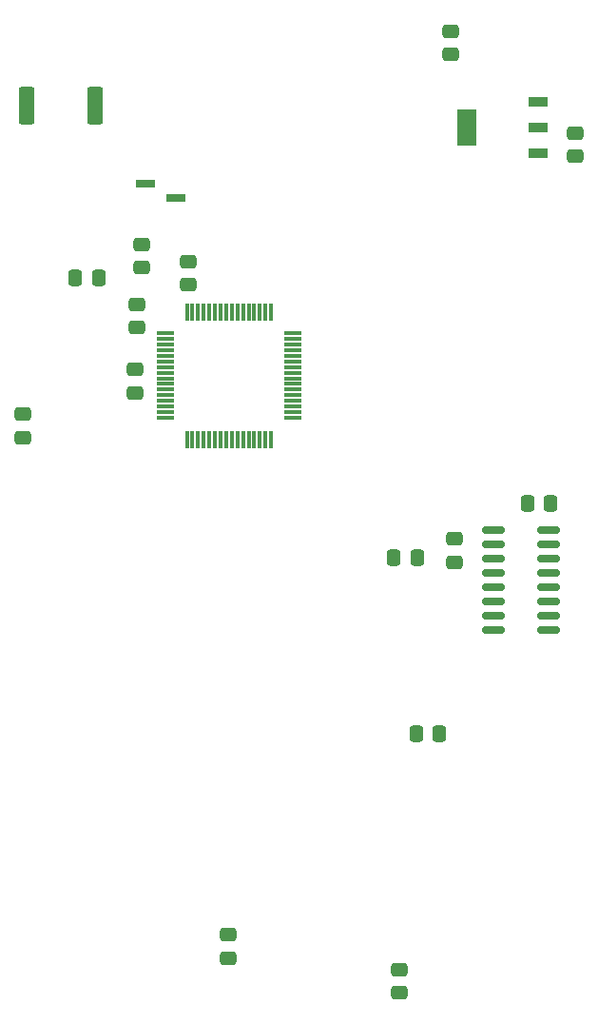
<source format=gtp>
G04 #@! TF.GenerationSoftware,KiCad,Pcbnew,8.0.6*
G04 #@! TF.CreationDate,2025-01-17T22:38:05-05:00*
G04 #@! TF.ProjectId,board_stm32_rev2,626f6172-645f-4737-946d-33325f726576,rev?*
G04 #@! TF.SameCoordinates,Original*
G04 #@! TF.FileFunction,Paste,Top*
G04 #@! TF.FilePolarity,Positive*
%FSLAX46Y46*%
G04 Gerber Fmt 4.6, Leading zero omitted, Abs format (unit mm)*
G04 Created by KiCad (PCBNEW 8.0.6) date 2025-01-17 22:38:05*
%MOMM*%
%LPD*%
G01*
G04 APERTURE LIST*
G04 Aperture macros list*
%AMRoundRect*
0 Rectangle with rounded corners*
0 $1 Rounding radius*
0 $2 $3 $4 $5 $6 $7 $8 $9 X,Y pos of 4 corners*
0 Add a 4 corners polygon primitive as box body*
4,1,4,$2,$3,$4,$5,$6,$7,$8,$9,$2,$3,0*
0 Add four circle primitives for the rounded corners*
1,1,$1+$1,$2,$3*
1,1,$1+$1,$4,$5*
1,1,$1+$1,$6,$7*
1,1,$1+$1,$8,$9*
0 Add four rect primitives between the rounded corners*
20,1,$1+$1,$2,$3,$4,$5,0*
20,1,$1+$1,$4,$5,$6,$7,0*
20,1,$1+$1,$6,$7,$8,$9,0*
20,1,$1+$1,$8,$9,$2,$3,0*%
G04 Aperture macros list end*
%ADD10RoundRect,0.250000X0.475000X-0.337500X0.475000X0.337500X-0.475000X0.337500X-0.475000X-0.337500X0*%
%ADD11RoundRect,0.250000X-0.475000X0.337500X-0.475000X-0.337500X0.475000X-0.337500X0.475000X0.337500X0*%
%ADD12R,1.800000X0.650000*%
%ADD13RoundRect,0.075000X-0.700000X-0.075000X0.700000X-0.075000X0.700000X0.075000X-0.700000X0.075000X0*%
%ADD14RoundRect,0.075000X-0.075000X-0.700000X0.075000X-0.700000X0.075000X0.700000X-0.075000X0.700000X0*%
%ADD15RoundRect,0.250000X0.337500X0.475000X-0.337500X0.475000X-0.337500X-0.475000X0.337500X-0.475000X0*%
%ADD16RoundRect,0.250000X-0.337500X-0.475000X0.337500X-0.475000X0.337500X0.475000X-0.337500X0.475000X0*%
%ADD17RoundRect,0.150000X-0.825000X-0.150000X0.825000X-0.150000X0.825000X0.150000X-0.825000X0.150000X0*%
%ADD18RoundRect,0.249999X-0.450001X-1.425001X0.450001X-1.425001X0.450001X1.425001X-0.450001X1.425001X0*%
%ADD19R,1.750000X0.950000*%
%ADD20R,1.750000X3.200000*%
G04 APERTURE END LIST*
D10*
X160868000Y-70483700D03*
X160868000Y-68408700D03*
X145200000Y-144937500D03*
X145200000Y-142862500D03*
X126350000Y-81937500D03*
X126350000Y-79862500D03*
D11*
X129950000Y-139762500D03*
X129950000Y-141837500D03*
D10*
X122200000Y-80387500D03*
X122200000Y-78312500D03*
D12*
X125250000Y-74235000D03*
X122550000Y-72965000D03*
D13*
X124325000Y-86250000D03*
X124325000Y-86750000D03*
X124325000Y-87250000D03*
X124325000Y-87750000D03*
X124325000Y-88250000D03*
X124325000Y-88750000D03*
X124325000Y-89250000D03*
X124325000Y-89750000D03*
X124325000Y-90250000D03*
X124325000Y-90750000D03*
X124325000Y-91250000D03*
X124325000Y-91750000D03*
X124325000Y-92250000D03*
X124325000Y-92750000D03*
X124325000Y-93250000D03*
X124325000Y-93750000D03*
D14*
X126250000Y-95675000D03*
X126750000Y-95675000D03*
X127250000Y-95675000D03*
X127750000Y-95675000D03*
X128250000Y-95675000D03*
X128750000Y-95675000D03*
X129250000Y-95675000D03*
X129750000Y-95675000D03*
X130250000Y-95675000D03*
X130750000Y-95675000D03*
X131250000Y-95675000D03*
X131750000Y-95675000D03*
X132250000Y-95675000D03*
X132750000Y-95675000D03*
X133250000Y-95675000D03*
X133750000Y-95675000D03*
D13*
X135675000Y-93750000D03*
X135675000Y-93250000D03*
X135675000Y-92750000D03*
X135675000Y-92250000D03*
X135675000Y-91750000D03*
X135675000Y-91250000D03*
X135675000Y-90750000D03*
X135675000Y-90250000D03*
X135675000Y-89750000D03*
X135675000Y-89250000D03*
X135675000Y-88750000D03*
X135675000Y-88250000D03*
X135675000Y-87750000D03*
X135675000Y-87250000D03*
X135675000Y-86750000D03*
X135675000Y-86250000D03*
D14*
X133750000Y-84325000D03*
X133250000Y-84325000D03*
X132750000Y-84325000D03*
X132250000Y-84325000D03*
X131750000Y-84325000D03*
X131250000Y-84325000D03*
X130750000Y-84325000D03*
X130250000Y-84325000D03*
X129750000Y-84325000D03*
X129250000Y-84325000D03*
X128750000Y-84325000D03*
X128250000Y-84325000D03*
X127750000Y-84325000D03*
X127250000Y-84325000D03*
X126750000Y-84325000D03*
X126250000Y-84325000D03*
D11*
X121600000Y-89462500D03*
X121600000Y-91537500D03*
X111600000Y-93462500D03*
X111600000Y-95537500D03*
D10*
X121800000Y-85737500D03*
X121800000Y-83662500D03*
D15*
X118387500Y-81350000D03*
X116312500Y-81350000D03*
X146737500Y-106250000D03*
X144662500Y-106250000D03*
D16*
X146662500Y-121900000D03*
X148737500Y-121900000D03*
D15*
X158629500Y-101399400D03*
X156554500Y-101399400D03*
D10*
X150048000Y-106602500D03*
X150048000Y-104527500D03*
D17*
X153542000Y-103710800D03*
X153542000Y-104980800D03*
X153542000Y-106250800D03*
X153542000Y-107520800D03*
X153542000Y-108790800D03*
X153542000Y-110060800D03*
X153542000Y-111330800D03*
X153542000Y-112600800D03*
X158492000Y-112600800D03*
X158492000Y-111330800D03*
X158492000Y-110060800D03*
X158492000Y-108790800D03*
X158492000Y-107520800D03*
X158492000Y-106250800D03*
X158492000Y-104980800D03*
X158492000Y-103710800D03*
D10*
X149750000Y-61437500D03*
X149750000Y-59362500D03*
D18*
X111950000Y-66000000D03*
X118050000Y-66000000D03*
D19*
X157500000Y-70250000D03*
X157500000Y-67950000D03*
X157500000Y-65650000D03*
D20*
X151200000Y-67950000D03*
M02*

</source>
